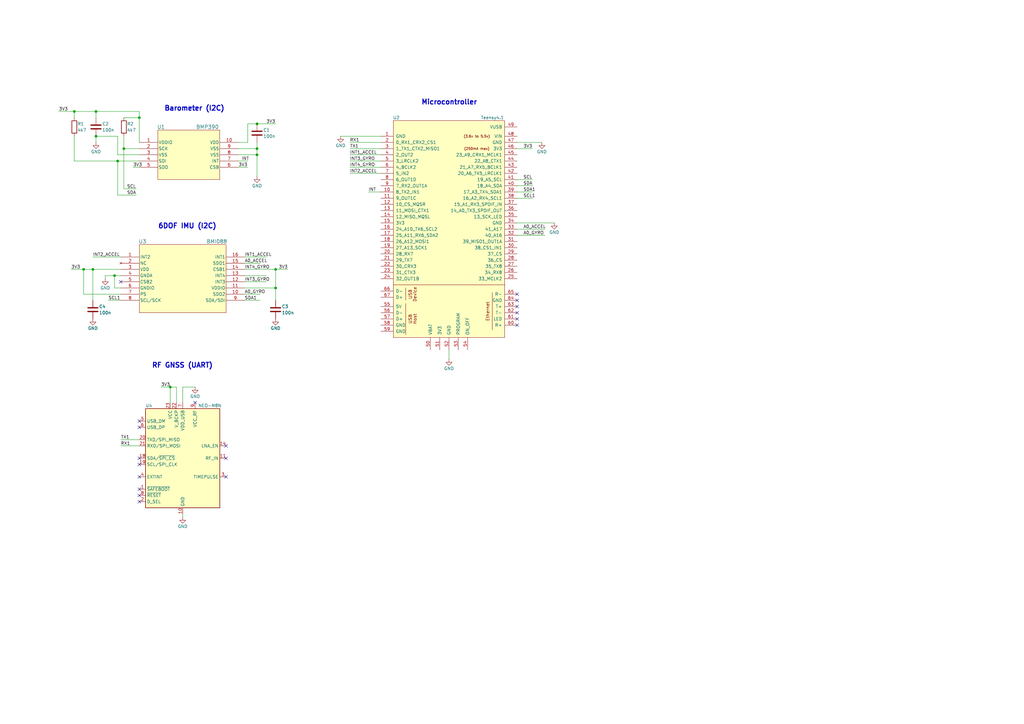
<source format=kicad_sch>
(kicad_sch (version 20230121) (generator eeschema)
  (paper "A3")
  (lib_symbols
    (symbol "BMI088:BMI088" (pin_names (offset 0.254))
      (property "Reference" "U" (at 8.89 6.35 0))
      (property "Value" "BMI088" (at 39.37 6.35 0))
      (symbol "BMI088_0_1"
        (pin bidirectional line (at 0 0 0) (length 7.62) (name "INT2") (number "1"))
        (pin bidirectional line (at 50.8 -15.24 180) (length 7.62) (name "SDO2") (number "10"))
        (pin power_in line (at 50.8 -12.7 180) (length 7.62) (name "VDDIO") (number "11"))
        (pin bidirectional line (at 50.8 -10.16 180) (length 7.62) (name "INT3") (number "12"))
        (pin bidirectional line (at 50.8 -7.62 180) (length 7.62) (name "INT4") (number "13"))
        (pin bidirectional line (at 50.8 -5.08 180) (length 7.62) (name "CSB1") (number "14"))
        (pin bidirectional line (at 50.8 -2.54 180) (length 7.62) (name "SDO1") (number "15"))
        (pin bidirectional line (at 50.8 0 180) (length 7.62) (name "INT1") (number "16"))
        (pin no_connect line (at 0 -2.54 0) (length 7.62) (name "NC") (number "2"))
        (pin power_in line (at 0 -5.08 0) (length 7.62) (name "VDD") (number "3"))
        (pin power_out line (at 0 -7.62 0) (length 7.62) (name "GNDA") (number "4"))
        (pin bidirectional line (at 0 -10.16 0) (length 7.62) (name "CSB2") (number "5"))
        (pin power_out line (at 0 -12.7 0) (length 7.62) (name "GNDIO") (number "6"))
        (pin unspecified line (at 0 -15.24 0) (length 7.62) (name "PS") (number "7"))
        (pin unspecified line (at 0 -17.78 0) (length 7.62) (name "SCL/SCK") (number "8"))
        (pin unspecified line (at 50.8 -17.78 180) (length 7.62) (name "SDA/SDI") (number "9"))
      )
      (symbol "BMI088_1_1"
        (rectangle (start 7.62 5.08) (end 43.18 -22.86) (fill (type background)))
      )
    )
    (symbol "Device:C" (pin_numbers hide) (pin_names (offset 0.254))
      (property "Reference" "C" (at 0.635 2.54 0))
      (property "Value" "C" (at 0.635 -2.54 0))
      (symbol "C_0_1"
        (polyline (pts (xy -2.032 -0.762) (xy 2.032 -0.762)) (stroke (width 0.508)))
        (polyline (pts (xy -2.032 0.762) (xy 2.032 0.762)) (stroke (width 0.508)))
      )
      (symbol "C_1_1"
        (pin passive line (at 0 3.81 270) (length 2.794) (name "~") (number "1"))
        (pin passive line (at 0 -3.81 90) (length 2.794) (name "~") (number "2"))
      )
    )
    (symbol "Device:R" (pin_numbers hide) (pin_names (offset 0))
      (property "Reference" "R" (at 2.032 0 90))
      (property "Value" "R" (at 0 0 90))
      (symbol "R_0_1"
        (rectangle (start -1.016 -2.54) (end 1.016 2.54) (stroke (width 0.254)))
      )
      (symbol "R_1_1"
        (pin passive line (at 0 3.81 270) (length 1.27) (name "~") (number "1"))
        (pin passive line (at 0 -3.81 90) (length 1.27) (name "~") (number "2"))
      )
    )
    (symbol "RF_GPS:NEO-M8N"
      (property "Reference" "U" (at -13.97 21.59 0))
      (property "Value" "NEO-M8N" (at 11.43 21.59 0))
      (symbol "NEO-M8N_0_1"
        (rectangle (start -15.24 20.32) (end 15.24 -20.32) (stroke (width 0.254)) (fill (type background)))
      )
      (symbol "NEO-M8N_1_1"
        (pin input line (at -17.78 -12.7 0) (length 2.54) (name "~{SAFEBOOT}") (number "1"))
        (pin power_in line (at 0 -22.86 90) (length 2.54) (name "GND") (number "10"))
        (pin input line (at 17.78 0 180) (length 2.54) (name "RF_IN") (number "11"))
        (pin passive line (at 0 -22.86 90) (length 2.54) hide (name "GND") (number "12"))
        (pin passive line (at 0 -22.86 90) (length 2.54) hide (name "GND") (number "13"))
        (pin output line (at 17.78 5.08 180) (length 2.54) (name "LNA_EN") (number "14"))
        (pin no_connect line (at 15.24 -10.16 180) (length 2.54) hide (name "RESERVED") (number "15"))
        (pin no_connect line (at 15.24 -12.7 180) (length 2.54) hide (name "RESERVED") (number "16"))
        (pin no_connect line (at 15.24 -15.24 180) (length 2.54) hide (name "RESERVED") (number "17"))
        (pin bidirectional line (at -17.78 0 0) (length 2.54) (name "SDA/~{SPI_CS}") (number "18"))
        (pin input line (at -17.78 -2.54 0) (length 2.54) (name "SCL/SPI_CLK") (number "19"))
        (pin input line (at -17.78 -17.78 0) (length 2.54) (name "D_SEL") (number "2"))
        (pin output line (at -17.78 7.62 0) (length 2.54) (name "TXD/SPI_MISO") (number "20"))
        (pin input line (at -17.78 5.08 0) (length 2.54) (name "RXD/SPI_MOSI") (number "21"))
        (pin power_in line (at -2.54 22.86 270) (length 2.54) (name "V_BCKP") (number "22"))
        (pin power_in line (at -5.08 22.86 270) (length 2.54) (name "VCC") (number "23"))
        (pin passive line (at 0 -22.86 90) (length 2.54) hide (name "GND") (number "24"))
        (pin output line (at 17.78 -7.62 180) (length 2.54) (name "TIMEPULSE") (number "3"))
        (pin input line (at -17.78 -7.62 0) (length 2.54) (name "EXTINT") (number "4"))
        (pin bidirectional line (at -17.78 15.24 0) (length 2.54) (name "USB_DM") (number "5"))
        (pin bidirectional line (at -17.78 12.7 0) (length 2.54) (name "USB_DP") (number "6"))
        (pin power_in line (at 0 22.86 270) (length 2.54) (name "VDD_USB") (number "7"))
        (pin input line (at -17.78 -15.24 0) (length 2.54) (name "~{RESET}") (number "8"))
        (pin power_out line (at 5.08 22.86 270) (length 2.54) (name "VCC_RF") (number "9"))
      )
    )
    (symbol "bmp390:BMP390" (pin_names (offset 0.254))
      (property "Reference" "U" (at 8.89 6.35 0))
      (property "Value" "BMP390" (at 29.21 6.35 0))
      (symbol "BMP390_0_1"
        (pin power_in line (at 0 0 0) (length 7.62) (name "VDDIO") (number "1"))
        (pin power_in line (at 40.64 0 180) (length 7.62) (name "VDD") (number "10"))
        (pin input line (at 0 -2.54 0) (length 7.62) (name "SCK") (number "2"))
        (pin power_out line (at 0 -5.08 0) (length 7.62) (name "VSS") (number "3"))
        (pin bidirectional line (at 0 -7.62 0) (length 7.62) (name "SDI") (number "4"))
        (pin bidirectional line (at 0 -10.16 0) (length 7.62) (name "SDO") (number "5"))
        (pin input line (at 40.64 -10.16 180) (length 7.62) (name "CSB") (number "6"))
        (pin input line (at 40.64 -7.62 180) (length 7.62) (name "INT") (number "7"))
        (pin power_out line (at 40.64 -5.08 180) (length 7.62) (name "VSS") (number "8"))
        (pin power_out line (at 40.64 -2.54 180) (length 7.62) (name "VSS") (number "9"))
      )
      (symbol "BMP390_1_1"
        (rectangle (start 7.62 5.08) (end 33.02 -15.24) (fill (type background)))
      )
    )
    (symbol "power:GND" (power) (pin_names (offset 0))
      (property "Value" "GND" (at 0 -3.81 0))
      (symbol "GND_0_1"
        (polyline (pts (xy 0 0) (xy 0 -1.27) (xy 1.27 -1.27) (xy 0 -2.54) (xy -1.27 -1.27) (xy 0 -1.27)))
      )
      (symbol "GND_1_1"
        (pin power_in line (at 0 0 270) (length 0) hide (name "GND") (number "1"))
      )
    )
    (symbol "teensy:Teensy4.1" (pin_names (offset 1.016))
      (property "Reference" "U" (at 0 64.77 0))
      (property "Value" "Teensy4.1" (at 0 62.23 0))
      (symbol "Teensy4.1_0_0"
        (polyline (pts (xy -22.86 -6.35) (xy 22.86 -6.35)))
        (polyline (pts (xy -17.78 -26.67) (xy -17.78 -13.97)))
        (polyline (pts (xy -17.78 -7.62) (xy -17.78 -12.7)))
        (polyline (pts (xy 17.78 -9.525) (xy 17.78 -24.765)))
        (text "(250mA max)" (at 11.43 49.53 0) (effects (font (size 1.016 1.016))))
        (text "(3.6v to 5.5v)" (at 11.43 54.61 0) (effects (font (size 1.016 1.016))))
        (text "Device" (at -13.97 -10.16 900) (effects (font (size 1.27 1.27))))
        (text "Ethernet" (at 15.875 -17.145 900) (effects (font (size 1.27 1.27))))
        (text "Host" (at -13.97 -20.32 900) (effects (font (size 1.27 1.27))))
        (text "USB" (at -15.875 -20.32 900) (effects (font (size 1.27 1.27))))
        (text "USB" (at -15.875 -10.16 900) (effects (font (size 1.27 1.27))))
        (pin bidirectional line (at -27.94 31.75 0) (length 5.08) (name "8_TX2_IN1") (number "10"))
        (pin bidirectional line (at -27.94 29.21 0) (length 5.08) (name "9_OUT1C") (number "11"))
        (pin bidirectional line (at -27.94 26.67 0) (length 5.08) (name "10_CS_MQSR") (number "12"))
        (pin bidirectional line (at -27.94 24.13 0) (length 5.08) (name "11_MOSI_CTX1") (number "13"))
        (pin bidirectional line (at -27.94 21.59 0) (length 5.08) (name "12_MISO_MQSL") (number "14"))
        (pin power_in line (at -27.94 19.05 0) (length 5.08) (name "3V3") (number "15"))
        (pin bidirectional line (at -27.94 16.51 0) (length 5.08) (name "24_A10_TX6_SCL2") (number "16"))
        (pin bidirectional line (at -27.94 13.97 0) (length 5.08) (name "25_A11_RX6_SDA2") (number "17"))
        (pin bidirectional line (at -27.94 11.43 0) (length 5.08) (name "26_A12_MOSI1") (number "18"))
        (pin bidirectional line (at -27.94 8.89 0) (length 5.08) (name "27_A13_SCK1") (number "19"))
        (pin bidirectional line (at -27.94 6.35 0) (length 5.08) (name "28_RX7") (number "20"))
        (pin bidirectional line (at -27.94 3.81 0) (length 5.08) (name "29_TX7") (number "21"))
        (pin bidirectional line (at -27.94 1.27 0) (length 5.08) (name "30_CRX3") (number "22"))
        (pin bidirectional line (at -27.94 -1.27 0) (length 5.08) (name "31_CTX3") (number "23"))
        (pin bidirectional line (at -27.94 -3.81 0) (length 5.08) (name "32_OUT1B") (number "24"))
        (pin bidirectional line (at 27.94 -3.81 180) (length 5.08) (name "33_MCLK2") (number "25"))
        (pin bidirectional line (at 27.94 -1.27 180) (length 5.08) (name "34_RX8") (number "26"))
        (pin bidirectional line (at 27.94 1.27 180) (length 5.08) (name "35_TX8") (number "27"))
        (pin bidirectional line (at 27.94 3.81 180) (length 5.08) (name "36_CS") (number "28"))
        (pin bidirectional line (at 27.94 6.35 180) (length 5.08) (name "37_CS") (number "29"))
        (pin bidirectional line (at 27.94 8.89 180) (length 5.08) (name "38_CS1_IN1") (number "30"))
        (pin bidirectional line (at 27.94 11.43 180) (length 5.08) (name "39_MISO1_OUT1A") (number "31"))
        (pin bidirectional line (at 27.94 13.97 180) (length 5.08) (name "40_A16") (number "32"))
        (pin bidirectional line (at 27.94 16.51 180) (length 5.08) (name "41_A17") (number "33"))
        (pin bidirectional line (at 27.94 21.59 180) (length 5.08) (name "13_SCK_LED") (number "35"))
        (pin bidirectional line (at 27.94 24.13 180) (length 5.08) (name "14_A0_TX3_SPDIF_OUT") (number "36"))
        (pin bidirectional line (at 27.94 26.67 180) (length 5.08) (name "15_A1_RX3_SPDIF_IN") (number "37"))
        (pin bidirectional line (at 27.94 29.21 180) (length 5.08) (name "16_A2_RX4_SCL1") (number "38"))
        (pin bidirectional line (at 27.94 31.75 180) (length 5.08) (name "17_A3_TX4_SDA1") (number "39"))
        (pin bidirectional line (at 27.94 34.29 180) (length 5.08) (name "18_A4_SDA") (number "40"))
        (pin bidirectional line (at 27.94 36.83 180) (length 5.08) (name "19_A5_SCL") (number "41"))
        (pin bidirectional line (at 27.94 39.37 180) (length 5.08) (name "20_A6_TX5_LRCLK1") (number "42"))
        (pin bidirectional line (at 27.94 41.91 180) (length 5.08) (name "21_A7_RX5_BCLK1") (number "43"))
        (pin bidirectional line (at 27.94 44.45 180) (length 5.08) (name "22_A8_CTX1") (number "44"))
        (pin bidirectional line (at 27.94 46.99 180) (length 5.08) (name "23_A9_CRX1_MCLK1") (number "45"))
        (pin output line (at 27.94 49.53 180) (length 5.08) (name "3V3") (number "46"))
        (pin output line (at 27.94 52.07 180) (length 5.08) (name "GND") (number "47"))
        (pin power_in line (at 27.94 54.61 180) (length 5.08) (name "VIN") (number "48"))
        (pin power_out line (at 27.94 58.42 180) (length 5.08) (name "VUSB") (number "49"))
        (pin bidirectional line (at -27.94 44.45 0) (length 5.08) (name "3_LRCLK2") (number "5"))
        (pin power_in line (at -7.62 -33.02 90) (length 5.08) (name "VBAT") (number "50"))
        (pin power_in line (at -3.81 -33.02 90) (length 5.08) (name "3V3") (number "51"))
        (pin input line (at 0 -33.02 90) (length 5.08) (name "GND") (number "52"))
        (pin input line (at 3.81 -33.02 90) (length 5.08) (name "PROGRAM") (number "53"))
        (pin input line (at 7.62 -33.02 90) (length 5.08) (name "ON_OFF") (number "54"))
        (pin power_out line (at -27.94 -15.24 0) (length 5.08) (name "5V") (number "55"))
        (pin bidirectional line (at -27.94 -17.78 0) (length 5.08) (name "D-") (number "56"))
        (pin bidirectional line (at -27.94 -20.32 0) (length 5.08) (name "D+") (number "57"))
        (pin power_in line (at -27.94 -22.86 0) (length 5.08) (name "GND") (number "58"))
        (pin power_in line (at -27.94 -25.4 0) (length 5.08) (name "GND") (number "59"))
        (pin bidirectional line (at -27.94 41.91 0) (length 5.08) (name "4_BCLK2") (number "6"))
        (pin bidirectional line (at 27.94 -22.86 180) (length 5.08) (name "R+") (number "60"))
        (pin bidirectional line (at 27.94 -20.32 180) (length 5.08) (name "LED") (number "61"))
        (pin bidirectional line (at 27.94 -17.78 180) (length 5.08) (name "T-") (number "62"))
        (pin bidirectional line (at 27.94 -15.24 180) (length 5.08) (name "T+") (number "63"))
        (pin power_in line (at 27.94 -12.7 180) (length 5.08) (name "GND") (number "64"))
        (pin bidirectional line (at 27.94 -10.16 180) (length 5.08) (name "R-") (number "65"))
        (pin bidirectional line (at -27.94 -8.89 0) (length 5.08) (name "D-") (number "66"))
        (pin bidirectional line (at -27.94 -11.43 0) (length 5.08) (name "D+") (number "67"))
        (pin bidirectional line (at -27.94 39.37 0) (length 5.08) (name "5_IN2") (number "7"))
        (pin bidirectional line (at -27.94 36.83 0) (length 5.08) (name "6_OUT1D") (number "8"))
        (pin bidirectional line (at -27.94 34.29 0) (length 5.08) (name "7_RX2_OUT1A") (number "9"))
      )
      (symbol "Teensy4.1_0_1"
        (rectangle (start -20.32 -1.27) (end -20.32 -1.27))
      )
      (symbol "Teensy4.1_1_1"
        (rectangle (start -22.86 60.96) (end 22.86 -27.94) (fill (type background)))
        (pin power_in line (at -27.94 54.61 0) (length 5.08) (name "GND") (number "1"))
        (pin bidirectional line (at -27.94 52.07 0) (length 5.08) (name "0_RX1_CRX2_CS1") (number "2"))
        (pin bidirectional line (at -27.94 49.53 0) (length 5.08) (name "1_TX1_CTX2_MISO1") (number "3"))
        (pin power_in line (at 27.94 19.05 180) (length 5.08) (name "GND") (number "34"))
        (pin bidirectional line (at -27.94 46.99 0) (length 5.08) (name "2_OUT2") (number "4"))
      )
    )
  )
  (junction (at 39.37 45.72))
  (junction (at 50.8 60.96))
  (junction (at 38.1 110.49))
  (junction (at 34.29 110.49))
  (junction (at 39.37 55.88))
  (junction (at 46.99 113.03))
  (junction (at 113.03 110.49))
  (junction (at 105.41 50.8))
  (junction (at 113.03 118.11))
  (junction (at 30.48 45.72))
  (junction (at 105.41 60.96))
  (junction (at 48.26 66.04))
  (junction (at 69.85 158.75))
  (junction (at 57.15 48.26))
  (junction (at 105.41 63.5))
  (no_connect (at 57.15 172.72))
  (no_connect (at 92.71 195.58))
  (no_connect (at 57.15 195.58))
  (no_connect (at 57.15 205.74))
  (no_connect (at 212.09 130.81))
  (no_connect (at 212.09 125.73))
  (no_connect (at 212.09 120.65))
  (no_connect (at 57.15 187.96))
  (no_connect (at 57.15 200.66))
  (no_connect (at 49.53 115.57))
  (no_connect (at 212.09 133.35))
  (no_connect (at 212.09 128.27))
  (no_connect (at 212.09 123.19))
  (no_connect (at 57.15 190.5))
  (no_connect (at 57.15 175.26))
  (no_connect (at 92.71 182.88))
  (no_connect (at 92.71 187.96))
  (no_connect (at 80.01 165.1))
  (no_connect (at 57.15 203.2))
  (wire (pts (xy 48.26 80.01) (xy 55.88 80.01)))
  (wire (pts (xy 97.79 60.96) (xy 105.41 60.96)))
  (wire (pts (xy 101.6 50.8) (xy 105.41 50.8)))
  (wire (pts (xy 69.85 165.1) (xy 69.85 158.75)))
  (wire (pts (xy 30.48 45.72) (xy 39.37 45.72)))
  (wire (pts (xy 34.29 120.65) (xy 49.53 120.65)))
  (wire (pts (xy 57.15 45.72) (xy 57.15 48.26)))
  (wire (pts (xy 100.33 118.11) (xy 113.03 118.11)))
  (wire (pts (xy 38.1 105.41) (xy 49.53 105.41)))
  (wire (pts (xy 46.99 113.03) (xy 46.99 118.11)))
  (wire (pts (xy 72.39 165.1) (xy 72.39 158.75)))
  (wire (pts (xy 74.93 165.1) (xy 74.93 158.75)))
  (wire (pts (xy 34.29 110.49) (xy 34.29 120.65)))
  (wire (pts (xy 38.1 110.49) (xy 49.53 110.49)))
  (wire (pts (xy 100.33 113.03) (xy 109.22 113.03)))
  (wire (pts (xy 113.03 118.11) (xy 113.03 123.19)))
  (wire (pts (xy 184.15 143.51) (xy 184.15 147.32)))
  (wire (pts (xy 24.13 45.72) (xy 30.48 45.72)))
  (wire (pts (xy 44.45 123.19) (xy 49.53 123.19)))
  (wire (pts (xy 143.51 58.42) (xy 156.21 58.42)))
  (wire (pts (xy 39.37 55.88) (xy 39.37 58.42)))
  (wire (pts (xy 34.29 110.49) (xy 38.1 110.49)))
  (wire (pts (xy 212.09 93.98) (xy 223.52 93.98)))
  (wire (pts (xy 48.26 55.88) (xy 48.26 63.5)))
  (wire (pts (xy 50.8 55.88) (xy 50.8 60.96)))
  (wire (pts (xy 212.09 91.44) (xy 227.33 91.44)))
  (wire (pts (xy 105.41 58.42) (xy 105.41 60.96)))
  (wire (pts (xy 105.41 50.8) (xy 113.03 50.8)))
  (wire (pts (xy 48.26 63.5) (xy 57.15 63.5)))
  (wire (pts (xy 143.51 60.96) (xy 156.21 60.96)))
  (wire (pts (xy 100.33 120.65) (xy 106.68 120.65)))
  (wire (pts (xy 57.15 48.26) (xy 57.15 58.42)))
  (wire (pts (xy 72.39 158.75) (xy 69.85 158.75)))
  (wire (pts (xy 100.33 115.57) (xy 109.22 115.57)))
  (wire (pts (xy 80.01 158.75) (xy 74.93 158.75)))
  (wire (pts (xy 97.79 63.5) (xy 105.41 63.5)))
  (wire (pts (xy 30.48 66.04) (xy 48.26 66.04)))
  (wire (pts (xy 212.09 81.28) (xy 218.44 81.28)))
  (wire (pts (xy 29.21 110.49) (xy 34.29 110.49)))
  (wire (pts (xy 49.53 118.11) (xy 46.99 118.11)))
  (wire (pts (xy 97.79 66.04) (xy 101.6 66.04)))
  (wire (pts (xy 43.18 113.03) (xy 43.18 114.3)))
  (wire (pts (xy 212.09 58.42) (xy 222.25 58.42)))
  (wire (pts (xy 143.51 68.58) (xy 156.21 68.58)))
  (wire (pts (xy 97.79 68.58) (xy 101.6 68.58)))
  (wire (pts (xy 66.04 158.75) (xy 69.85 158.75)))
  (wire (pts (xy 105.41 63.5) (xy 105.41 72.39)))
  (wire (pts (xy 113.03 110.49) (xy 118.11 110.49)))
  (wire (pts (xy 50.8 60.96) (xy 57.15 60.96)))
  (wire (pts (xy 212.09 60.96) (xy 218.44 60.96)))
  (wire (pts (xy 49.53 182.88) (xy 57.15 182.88)))
  (wire (pts (xy 48.26 66.04) (xy 57.15 66.04)))
  (wire (pts (xy 30.48 45.72) (xy 30.48 48.26)))
  (wire (pts (xy 143.51 63.5) (xy 156.21 63.5)))
  (wire (pts (xy 50.8 60.96) (xy 50.8 77.47)))
  (wire (pts (xy 143.51 71.12) (xy 156.21 71.12)))
  (wire (pts (xy 30.48 66.04) (xy 30.48 55.88)))
  (wire (pts (xy 43.18 113.03) (xy 46.99 113.03)))
  (wire (pts (xy 212.09 78.74) (xy 218.44 78.74)))
  (wire (pts (xy 97.79 58.42) (xy 101.6 58.42)))
  (wire (pts (xy 74.93 210.82) (xy 74.93 212.09)))
  (wire (pts (xy 48.26 66.04) (xy 48.26 80.01)))
  (wire (pts (xy 101.6 58.42) (xy 101.6 50.8)))
  (wire (pts (xy 212.09 96.52) (xy 223.52 96.52)))
  (wire (pts (xy 50.8 48.26) (xy 57.15 48.26)))
  (wire (pts (xy 54.61 68.58) (xy 57.15 68.58)))
  (wire (pts (xy 39.37 55.88) (xy 48.26 55.88)))
  (wire (pts (xy 143.51 66.04) (xy 156.21 66.04)))
  (wire (pts (xy 212.09 73.66) (xy 218.44 73.66)))
  (wire (pts (xy 139.7 55.88) (xy 156.21 55.88)))
  (wire (pts (xy 100.33 110.49) (xy 113.03 110.49)))
  (wire (pts (xy 39.37 45.72) (xy 39.37 48.26)))
  (wire (pts (xy 100.33 123.19) (xy 106.68 123.19)))
  (wire (pts (xy 50.8 77.47) (xy 55.88 77.47)))
  (wire (pts (xy 100.33 107.95) (xy 106.68 107.95)))
  (wire (pts (xy 46.99 113.03) (xy 49.53 113.03)))
  (wire (pts (xy 113.03 118.11) (xy 113.03 110.49)))
  (wire (pts (xy 151.13 78.74) (xy 156.21 78.74)))
  (wire (pts (xy 38.1 110.49) (xy 38.1 123.19)))
  (wire (pts (xy 39.37 45.72) (xy 57.15 45.72)))
  (wire (pts (xy 100.33 105.41) (xy 109.22 105.41)))
  (wire (pts (xy 105.41 60.96) (xy 105.41 63.5)))
  (wire (pts (xy 212.09 76.2) (xy 218.44 76.2)))
  (wire (pts (xy 49.53 180.34) (xy 57.15 180.34)))
  (text "Microcontroller" (at 172.72 43.18 0) (effects (font (size 2 2) (thickness 0.4) bold) (justify left bottom)))
  (text "Barometer (I2C)" (at 67.31 45.72 0) (effects (font (size 2 2) (thickness 0.4) bold) (justify left bottom)))
  (text "6DOF IMU (I2C)" (at 64.77 93.98 0) (effects (font (size 2 2) (thickness 0.4) bold) (justify left bottom)))
  (text "RF GNSS (UART)" (at 62.23 151.13 0) (effects (font (size 2 2) (thickness 0.4) bold) (justify left bottom)))
  (label "SDA" (at 52.07 80.01 0))
  (label "INT4_GYRO" (at 143.51 68.58 0))
  (label "INT3_GYRO" (at 143.51 66.04 0))
  (label "SDA1" (at 214.63 78.74 0))
  (label "3V3" (at 66.04 158.75 0))
  (label "SCL" (at 214.63 73.66 0))
  (label "SDA1" (at 100.33 123.19 0))
  (label "A0_GYRO" (at 214.63 96.52 0))
  (label "TX1" (at 143.51 60.96 0))
  (label "3V3" (at 214.63 60.96 0))
  (label "SCL1" (at 214.63 81.28 0))
  (label "INT2_ACCEL" (at 143.51 71.12 0))
  (label "A0_GYRO" (at 100.33 120.65 0))
  (label "INT1_ACCEL" (at 143.51 63.5 0))
  (label "3V3" (at 24.13 45.72 0))
  (label "3V3" (at 109.22 50.8 0))
  (label "SCL" (at 52.07 77.47 0))
  (label "3V3" (at 54.61 68.58 0))
  (label "3V3" (at 29.21 110.49 0))
  (label "3V3" (at 114.3 110.49 0))
  (label "A0_ACCEL" (at 100.33 107.95 0))
  (label "A0_ACCEL" (at 214.63 93.98 0))
  (label "INT" (at 151.13 78.74 0))
  (label "INT2_ACCEL" (at 38.1 105.41 0))
  (label "INT4_GYRO" (at 100.33 110.49 0))
  (label "SDA" (at 214.63 76.2 0))
  (label "RX1" (at 143.51 58.42 0))
  (label "RX1" (at 49.53 182.88 0))
  (label "TX1" (at 49.53 180.34 0))
  (label "INT1_ACCEL" (at 100.33 105.41 0))
  (label "3V3" (at 97.79 68.58 0))
  (label "SCL1" (at 44.45 123.19 0))
  (label "INT" (at 99.06 66.04 0))
  (label "INT3_GYRO" (at 100.33 115.57 0))
  (symbol (lib_id "bmp390:BMP390") (at 57.15 58.42 0) (unit 1)
    (property "Reference" "U1" (at 66.04 52.07 0) (effects (font (size 1.524 1.524))))
    (property "Value" "BMP390" (at 85.09 52.07 0) (effects (font (size 1.524 1.524))))
    (property "Footprint" "LGA10_BMP390_BOS" (effects hide))
    (property "Datasheet" "BMP390" (effects hide))
  )
  (symbol (lib_id "power:GND") (at 105.41 72.39 0) (unit 1)
    (property "Reference" "#PWR02" (effects hide))
    (property "Value" "GND" (at 105.41 76.2 0))
  )
  (symbol (lib_id "power:GND") (at 222.25 58.42 0) (unit 1)
    (property "Reference" "#PWR07" (effects hide))
    (property "Value" "GND" (at 222.25 62.23 0))
  )
  (symbol (lib_id "Device:C") (at 113.03 127 0) (unit 1)
    (property "Reference" "C3" (at 115.57 125.73 0) (effects (justify left)))
    (property "Value" "100n" (at 115.57 128.27 0) (effects (justify left)))
  )
  (symbol (lib_id "power:GND") (at 80.01 158.75 0) (unit 1)
    (property "Reference" "#PWR04" (effects hide))
    (property "Value" "GND" (at 80.01 162.56 0))
  )
  (symbol (lib_id "power:GND") (at 184.15 147.32 0) (unit 1)
    (property "Reference" "#PWR08" (effects hide))
    (property "Value" "GND" (at 184.15 151.13 0))
  )
  (symbol (lib_id "Device:C") (at 38.1 127 0) (unit 1)
    (property "Reference" "C4" (at 40.64 125.73 0) (effects (justify left)))
    (property "Value" "100n" (at 40.64 128.27 0) (effects (justify left)))
  )
  (symbol (lib_id "power:GND") (at 113.03 130.81 0) (unit 1)
    (property "Reference" "#PWR012" (effects hide))
    (property "Value" "GND" (at 113.03 134.62 0))
  )
  (symbol (lib_id "power:GND") (at 38.1 130.81 0) (unit 1)
    (property "Reference" "#PWR013" (effects hide))
    (property "Value" "GND" (at 38.1 134.62 0))
  )
  (symbol (lib_id "power:GND") (at 227.33 91.44 0) (unit 1)
    (property "Reference" "#PWR06" (effects hide))
    (property "Value" "GND" (at 227.33 95.25 0))
  )
  (symbol (lib_id "BMI088:BMI088") (at 49.53 105.41 0) (unit 1)
    (property "Reference" "U3" (at 58.42 99.06 0) (effects (font (size 1.524 1.524))))
    (property "Value" "BMI088" (at 88.9 99.06 0) (effects (font (size 1.524 1.524))))
    (property "Footprint" "QFN_BMI085_BOS" (effects hide))
    (property "Datasheet" "BMI088" (effects hide))
  )
  (symbol (lib_id "power:GND") (at 74.93 212.09 0) (unit 1)
    (property "Reference" "#PWR01" (effects hide))
    (property "Value" "GND" (at 74.93 215.9 0))
  )
  (symbol (lib_id "power:GND") (at 43.18 114.3 0) (unit 1)
    (property "Reference" "#PWR011" (effects hide))
    (property "Value" "GND" (at 43.18 118.11 0))
  )
  (symbol (lib_id "teensy:Teensy4.1") (at 184.15 110.49 0) (unit 1)
    (property "Reference" "U2" (at 162.56 48.26 0))
    (property "Value" "Teensy4.1" (at 201.93 48.26 0))
  )
  (symbol (lib_id "Device:R") (at 30.48 52.07 0) (unit 1)
    (property "Reference" "R1" (at 31.75 50.8 0) (effects (justify left)))
    (property "Value" "4k7" (at 31.75 53.34 0) (effects (justify left)))
  )
  (symbol (lib_id "Device:R") (at 50.8 52.07 0) (unit 1)
    (property "Reference" "R2" (at 52.07 50.8 0) (effects (justify left)))
    (property "Value" "4k7" (at 52.07 53.34 0) (effects (justify left)))
  )
  (symbol (lib_id "Device:C") (at 105.41 54.61 0) (unit 1)
    (property "Reference" "C1" (at 107.95 53.34 0) (effects (justify left)))
    (property "Value" "100n" (at 107.95 55.88 0) (effects (justify left)))
  )
  (symbol (lib_id "Device:C") (at 39.37 52.07 0) (unit 1)
    (property "Reference" "C2" (at 41.91 50.8 0) (effects (justify left)))
    (property "Value" "100n" (at 41.91 53.34 0) (effects (justify left)))
  )
  (symbol (lib_id "power:GND") (at 139.7 55.88 0) (unit 1)
    (property "Reference" "#PWR05" (effects hide))
    (property "Value" "GND" (at 139.7 59.69 0))
  )
  (symbol (lib_id "RF_GPS:NEO-M8N") (at 74.93 187.96 0) (unit 1)
    (property "Reference" "U4" (at 59.69 166.37 0) (effects (justify left)))
    (property "Value" "NEO-M8N" (at 81.28 166.37 0) (effects (justify left)))
    (property "Footprint" "RF_GPS:ublox_NEO" (effects hide))
    (property "Datasheet" "https://content.u-blox.com/sites/default/files/NEO-M8-FW3_DataSheet_UBX-15031086.pdf" (effects hide))
  )
  (symbol (lib_id "power:GND") (at 39.37 58.42 0) (unit 1)
    (property "Reference" "#PWR03" (effects hide))
    (property "Value" "GND" (at 39.37 62.23 0))
  )
)
</source>
